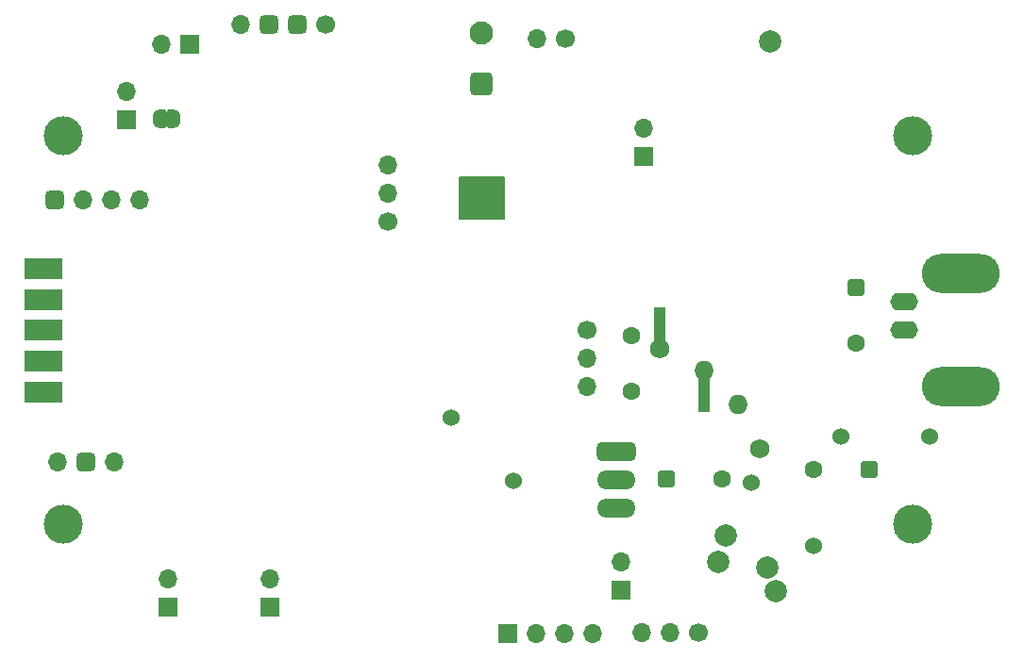
<source format=gbr>
%TF.GenerationSoftware,KiCad,Pcbnew,(6.0.4-0)*%
%TF.CreationDate,2023-07-28T13:04:44-04:00*%
%TF.ProjectId,SignalSlinger,5369676e-616c-4536-9c69-6e6765722e6b,rev?*%
%TF.SameCoordinates,Original*%
%TF.FileFunction,Soldermask,Bot*%
%TF.FilePolarity,Negative*%
%FSLAX46Y46*%
G04 Gerber Fmt 4.6, Leading zero omitted, Abs format (unit mm)*
G04 Created by KiCad (PCBNEW (6.0.4-0)) date 2023-07-28 13:04:44*
%MOMM*%
%LPD*%
G01*
G04 APERTURE LIST*
G04 Aperture macros list*
%AMRoundRect*
0 Rectangle with rounded corners*
0 $1 Rounding radius*
0 $2 $3 $4 $5 $6 $7 $8 $9 X,Y pos of 4 corners*
0 Add a 4 corners polygon primitive as box body*
4,1,4,$2,$3,$4,$5,$6,$7,$8,$9,$2,$3,0*
0 Add four circle primitives for the rounded corners*
1,1,$1+$1,$2,$3*
1,1,$1+$1,$4,$5*
1,1,$1+$1,$6,$7*
1,1,$1+$1,$8,$9*
0 Add four rect primitives between the rounded corners*
20,1,$1+$1,$2,$3,$4,$5,0*
20,1,$1+$1,$4,$5,$6,$7,0*
20,1,$1+$1,$6,$7,$8,$9,0*
20,1,$1+$1,$8,$9,$2,$3,0*%
%AMFreePoly0*
4,1,37,0.549497,0.799497,0.570000,0.750000,0.570000,-0.750000,0.549497,-0.799497,0.500000,-0.820000,0.000000,-0.820000,-0.012517,-0.814815,-0.081224,-0.813556,-0.100815,-0.810383,-0.236130,-0.768108,-0.254045,-0.759563,-0.372055,-0.681008,-0.386850,-0.667780,-0.478070,-0.559261,-0.488558,-0.542411,-0.545653,-0.412652,-0.550990,-0.393536,-0.568573,-0.259076,-0.566360,-0.258787,-0.570000,-0.250000,
-0.570000,0.250000,-0.569316,0.251652,-0.569130,0.266879,-0.547319,0.406956,-0.541516,0.425935,-0.481268,0.554260,-0.470371,0.570849,-0.376527,0.677107,-0.361413,0.689970,-0.241518,0.765618,-0.223401,0.773722,-0.087094,0.812679,-0.067430,0.815373,-0.011989,0.815034,0.000000,0.820000,0.500000,0.820000,0.549497,0.799497,0.549497,0.799497,$1*%
%AMFreePoly1*
4,1,37,0.012348,0.814885,0.074332,0.814507,0.093962,0.811573,0.229783,0.770954,0.247799,0.762629,0.366761,0.685522,0.381718,0.672475,0.474256,0.565078,0.484948,0.548358,0.543625,0.419306,0.549196,0.400256,0.569293,0.259923,0.570000,0.250000,0.570000,-0.250000,0.569995,-0.250854,0.569846,-0.263070,0.568881,-0.273830,0.545361,-0.413631,0.539327,-0.432538,0.477515,-0.560117,
0.466416,-0.576571,0.371281,-0.681675,0.356011,-0.694353,0.235201,-0.768530,0.216986,-0.776412,0.080213,-0.813701,0.060518,-0.816154,0.011456,-0.815255,0.000000,-0.820000,-0.500000,-0.820000,-0.549497,-0.799497,-0.570000,-0.750000,-0.570000,0.750000,-0.549497,0.799497,-0.500000,0.820000,0.000000,0.820000,0.012348,0.814885,0.012348,0.814885,$1*%
G04 Aperture macros list end*
%ADD10R,1.700000X1.700000*%
%ADD11O,1.700000X1.700000*%
%ADD12C,0.720000*%
%ADD13C,1.700000*%
%ADD14C,0.600000*%
%ADD15C,1.524000*%
%ADD16C,2.000000*%
%ADD17C,3.500000*%
%ADD18O,3.500120X1.699260*%
%ADD19RoundRect,0.424815X1.325245X0.424815X-1.325245X0.424815X-1.325245X-0.424815X1.325245X-0.424815X0*%
%ADD20O,2.500000X1.600000*%
%ADD21O,7.000000X3.500000*%
%ADD22C,1.727200*%
%ADD23R,1.000000X4.000000*%
%ADD24O,1.727200X1.727200*%
%ADD25RoundRect,0.425000X-0.425000X0.425000X-0.425000X-0.425000X0.425000X-0.425000X0.425000X0.425000X0*%
%ADD26FreePoly0,180.000000*%
%ADD27FreePoly1,180.000000*%
%ADD28C,1.600000*%
%ADD29RoundRect,0.400000X0.400000X-0.400000X0.400000X0.400000X-0.400000X0.400000X-0.400000X-0.400000X0*%
%ADD30RoundRect,0.400000X-0.400000X-0.400000X0.400000X-0.400000X0.400000X0.400000X-0.400000X0.400000X0*%
%ADD31C,2.100000*%
%ADD32RoundRect,0.525000X-0.525000X0.525000X-0.525000X-0.525000X0.525000X-0.525000X0.525000X0.525000X0*%
%ADD33RoundRect,0.425000X0.425000X-0.425000X0.425000X0.425000X-0.425000X0.425000X-0.425000X-0.425000X0*%
%ADD34R,3.480000X1.846667*%
G04 APERTURE END LIST*
D10*
%TO.C,J104*%
X61270000Y-114320000D03*
D11*
X61270000Y-111780000D03*
%TD*%
D12*
%TO.C,U203*%
X88891000Y-77050000D03*
X88891000Y-78050000D03*
X89391000Y-77550000D03*
X89891000Y-78050000D03*
X89891000Y-77050000D03*
%TD*%
D13*
%TO.C,J302*%
X108820000Y-116600000D03*
D11*
X106280000Y-116600000D03*
X103740000Y-116600000D03*
%TD*%
D10*
%TO.C,J203*%
X57490000Y-70525000D03*
D11*
X57490000Y-67985000D03*
%TD*%
D13*
%TO.C,J202*%
X80950000Y-79635000D03*
D11*
X80950000Y-77095000D03*
X80950000Y-74555000D03*
%TD*%
D13*
%TO.C,J101*%
X96930000Y-63270000D03*
D11*
X94390000Y-63270000D03*
%TD*%
D14*
%TO.C,W101*%
X92270000Y-102910000D03*
D15*
X92270000Y-102910000D03*
X86613146Y-97253146D03*
D14*
X86613146Y-97253146D03*
%TD*%
D16*
%TO.C,J201*%
X115280000Y-63460000D03*
%TD*%
D10*
%TO.C,J103*%
X103955000Y-73790000D03*
D11*
X103955000Y-71250000D03*
%TD*%
D17*
%TO.C,REF\u002A\u002A*%
X51855000Y-71950000D03*
%TD*%
D15*
%TO.C,W302*%
X113540000Y-103130000D03*
D14*
X113540000Y-103130000D03*
X119196854Y-108786854D03*
D15*
X119196854Y-108786854D03*
%TD*%
D14*
%TO.C,W301*%
X121600000Y-98990000D03*
D15*
X121600000Y-98990000D03*
X129600000Y-98990000D03*
D14*
X129600000Y-98990000D03*
%TD*%
D17*
%TO.C,REF\u002A\u002A*%
X128055000Y-71950000D03*
%TD*%
D10*
%TO.C,J108*%
X101890000Y-112775000D03*
D11*
X101890000Y-110235000D03*
%TD*%
D10*
%TO.C,J106*%
X70410000Y-114320000D03*
D11*
X70410000Y-111780000D03*
%TD*%
D18*
%TO.C,Q103*%
X101500000Y-105420000D03*
X101500000Y-102880000D03*
D19*
X101500000Y-100340000D03*
%TD*%
D20*
%TO.C,J301*%
X127275000Y-89412500D03*
D21*
X132355000Y-84332500D03*
D20*
X127275000Y-86872500D03*
D21*
X132355000Y-94492500D03*
%TD*%
D10*
%TO.C,J204*%
X63175000Y-63710000D03*
D11*
X60635000Y-63710000D03*
%TD*%
D13*
%TO.C,J109*%
X98870000Y-89415000D03*
D11*
X98870000Y-91955000D03*
X98870000Y-94495000D03*
%TD*%
D10*
%TO.C,TP101*%
X91750000Y-116680000D03*
D11*
X94290000Y-116680000D03*
X96830000Y-116680000D03*
X99370000Y-116680000D03*
%TD*%
D17*
%TO.C,REF\u002A\u002A*%
X128055000Y-106875000D03*
%TD*%
%TO.C,REF\u002A\u002A*%
X51855000Y-106875000D03*
%TD*%
D22*
%TO.C,L302*%
X105327900Y-91085100D03*
D23*
X105360000Y-89270000D03*
D24*
X109353800Y-93028200D03*
D23*
X109310000Y-94820000D03*
%TD*%
D11*
%TO.C,J102*%
X51325000Y-101260000D03*
D25*
X53865000Y-101260000D03*
D11*
X56405000Y-101260000D03*
%TD*%
D26*
%TO.C,JP201*%
X61760000Y-70420000D03*
D27*
X60460000Y-70420000D03*
%TD*%
D28*
%TO.C,C305*%
X122940000Y-90540000D03*
D29*
X122940000Y-85540000D03*
%TD*%
D30*
%TO.C,C303*%
X105960000Y-102740000D03*
D28*
X110960000Y-102740000D03*
%TD*%
D25*
%TO.C,J105*%
X51052500Y-77750000D03*
D11*
X53592500Y-77750000D03*
X56132500Y-77750000D03*
X58672500Y-77750000D03*
%TD*%
D28*
%TO.C,C304*%
X102820000Y-94910000D03*
X102820000Y-89910000D03*
%TD*%
D31*
%TO.C,BT201*%
X89330000Y-62710000D03*
D32*
X89330000Y-67310000D03*
%TD*%
D28*
%TO.C,C302*%
X119160000Y-101950000D03*
D30*
X124160000Y-101950000D03*
%TD*%
D22*
%TO.C,L301*%
X114344900Y-100086750D03*
D24*
X112401800Y-96060850D03*
%TD*%
D16*
%TO.C,L101*%
X111250000Y-107840000D03*
X114990000Y-110730000D03*
X110590000Y-110200000D03*
X115730000Y-112860000D03*
%TD*%
D13*
%TO.C,MOD201*%
X75377500Y-61990000D03*
D33*
X72837500Y-61990000D03*
X70297500Y-61990000D03*
D11*
X67757500Y-61990000D03*
%TD*%
D34*
%TO.C,J107*%
X50102500Y-83872500D03*
X50102500Y-86642500D03*
X50102500Y-89412500D03*
X50102500Y-92182500D03*
X50102500Y-94952500D03*
%TD*%
G36*
X91392121Y-75610002D02*
G01*
X91438614Y-75663658D01*
X91450000Y-75716000D01*
X91450000Y-79354000D01*
X91429998Y-79422121D01*
X91376342Y-79468614D01*
X91324000Y-79480000D01*
X87446000Y-79480000D01*
X87377879Y-79459998D01*
X87331386Y-79406342D01*
X87320000Y-79354000D01*
X87320000Y-75716000D01*
X87340002Y-75647879D01*
X87393658Y-75601386D01*
X87446000Y-75590000D01*
X91324000Y-75590000D01*
X91392121Y-75610002D01*
G37*
G36*
X61162121Y-69800002D02*
G01*
X61208614Y-69853658D01*
X61220000Y-69906000D01*
X61220000Y-71004000D01*
X61199998Y-71072121D01*
X61146342Y-71118614D01*
X61094000Y-71130000D01*
X60986000Y-71130000D01*
X60917879Y-71109998D01*
X60871386Y-71056342D01*
X60860000Y-71004000D01*
X60860000Y-69906000D01*
X60880002Y-69837879D01*
X60933658Y-69791386D01*
X60986000Y-69780000D01*
X61094000Y-69780000D01*
X61162121Y-69800002D01*
G37*
M02*

</source>
